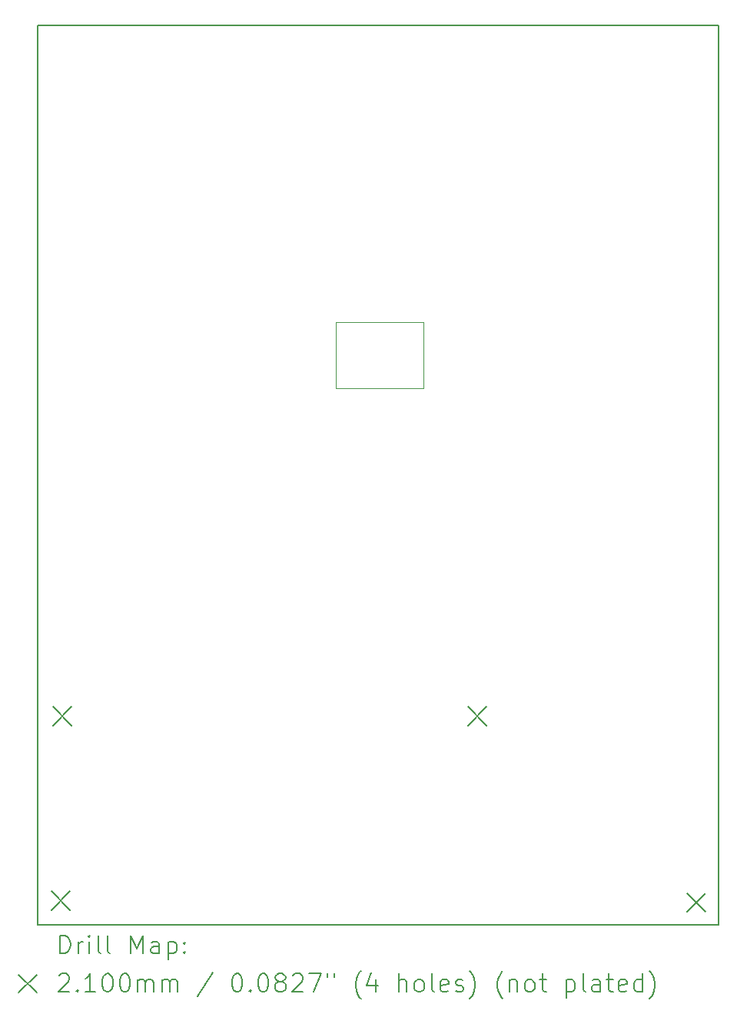
<source format=gbr>
%TF.GenerationSoftware,KiCad,Pcbnew,(6.0.7)*%
%TF.CreationDate,2022-10-30T14:33:14-06:00*%
%TF.ProjectId,attiny_rfid_light,61747469-6e79-45f7-9266-69645f6c6967,rev?*%
%TF.SameCoordinates,Original*%
%TF.FileFunction,Drillmap*%
%TF.FilePolarity,Positive*%
%FSLAX45Y45*%
G04 Gerber Fmt 4.5, Leading zero omitted, Abs format (unit mm)*
G04 Created by KiCad (PCBNEW (6.0.7)) date 2022-10-30 14:33:14*
%MOMM*%
%LPD*%
G01*
G04 APERTURE LIST*
%ADD10C,0.100000*%
%ADD11C,0.200000*%
%ADD12C,0.210000*%
G04 APERTURE END LIST*
D10*
X9872982Y-8863151D02*
X10835262Y-8863151D01*
X10835262Y-9598376D02*
X9872982Y-9598376D01*
X9872982Y-9598376D02*
X9872982Y-8863151D01*
D11*
X6585078Y-5595631D02*
X14088262Y-5595631D01*
X14088262Y-5595631D02*
X14088262Y-15501631D01*
X14088262Y-15501631D02*
X6585078Y-15501631D01*
X6585078Y-15501631D02*
X6585078Y-5595631D01*
D10*
X10835262Y-8863151D02*
X10835262Y-9598376D01*
D11*
D12*
X6735047Y-15130865D02*
X6945047Y-15340865D01*
X6945047Y-15130865D02*
X6735047Y-15340865D01*
X6753000Y-13103000D02*
X6963000Y-13313000D01*
X6963000Y-13103000D02*
X6753000Y-13313000D01*
X11325000Y-13103000D02*
X11535000Y-13313000D01*
X11535000Y-13103000D02*
X11325000Y-13313000D01*
X13737041Y-15154905D02*
X13947041Y-15364905D01*
X13947041Y-15154905D02*
X13737041Y-15364905D01*
D11*
X6832697Y-15822107D02*
X6832697Y-15622107D01*
X6880316Y-15622107D01*
X6908887Y-15631631D01*
X6927935Y-15650678D01*
X6937459Y-15669726D01*
X6946982Y-15707821D01*
X6946982Y-15736393D01*
X6937459Y-15774488D01*
X6927935Y-15793536D01*
X6908887Y-15812583D01*
X6880316Y-15822107D01*
X6832697Y-15822107D01*
X7032697Y-15822107D02*
X7032697Y-15688774D01*
X7032697Y-15726869D02*
X7042220Y-15707821D01*
X7051744Y-15698297D01*
X7070792Y-15688774D01*
X7089840Y-15688774D01*
X7156506Y-15822107D02*
X7156506Y-15688774D01*
X7156506Y-15622107D02*
X7146982Y-15631631D01*
X7156506Y-15641155D01*
X7166030Y-15631631D01*
X7156506Y-15622107D01*
X7156506Y-15641155D01*
X7280316Y-15822107D02*
X7261268Y-15812583D01*
X7251744Y-15793536D01*
X7251744Y-15622107D01*
X7385078Y-15822107D02*
X7366030Y-15812583D01*
X7356506Y-15793536D01*
X7356506Y-15622107D01*
X7613649Y-15822107D02*
X7613649Y-15622107D01*
X7680316Y-15764964D01*
X7746982Y-15622107D01*
X7746982Y-15822107D01*
X7927935Y-15822107D02*
X7927935Y-15717345D01*
X7918411Y-15698297D01*
X7899363Y-15688774D01*
X7861268Y-15688774D01*
X7842220Y-15698297D01*
X7927935Y-15812583D02*
X7908887Y-15822107D01*
X7861268Y-15822107D01*
X7842220Y-15812583D01*
X7832697Y-15793536D01*
X7832697Y-15774488D01*
X7842220Y-15755440D01*
X7861268Y-15745917D01*
X7908887Y-15745917D01*
X7927935Y-15736393D01*
X8023173Y-15688774D02*
X8023173Y-15888774D01*
X8023173Y-15698297D02*
X8042220Y-15688774D01*
X8080316Y-15688774D01*
X8099363Y-15698297D01*
X8108887Y-15707821D01*
X8118411Y-15726869D01*
X8118411Y-15784012D01*
X8108887Y-15803059D01*
X8099363Y-15812583D01*
X8080316Y-15822107D01*
X8042220Y-15822107D01*
X8023173Y-15812583D01*
X8204125Y-15803059D02*
X8213649Y-15812583D01*
X8204125Y-15822107D01*
X8194601Y-15812583D01*
X8204125Y-15803059D01*
X8204125Y-15822107D01*
X8204125Y-15698297D02*
X8213649Y-15707821D01*
X8204125Y-15717345D01*
X8194601Y-15707821D01*
X8204125Y-15698297D01*
X8204125Y-15717345D01*
X6375078Y-16051631D02*
X6575078Y-16251631D01*
X6575078Y-16051631D02*
X6375078Y-16251631D01*
X6823173Y-16061155D02*
X6832697Y-16051631D01*
X6851744Y-16042107D01*
X6899363Y-16042107D01*
X6918411Y-16051631D01*
X6927935Y-16061155D01*
X6937459Y-16080202D01*
X6937459Y-16099250D01*
X6927935Y-16127821D01*
X6813649Y-16242107D01*
X6937459Y-16242107D01*
X7023173Y-16223059D02*
X7032697Y-16232583D01*
X7023173Y-16242107D01*
X7013649Y-16232583D01*
X7023173Y-16223059D01*
X7023173Y-16242107D01*
X7223173Y-16242107D02*
X7108887Y-16242107D01*
X7166030Y-16242107D02*
X7166030Y-16042107D01*
X7146982Y-16070678D01*
X7127935Y-16089726D01*
X7108887Y-16099250D01*
X7346982Y-16042107D02*
X7366030Y-16042107D01*
X7385078Y-16051631D01*
X7394601Y-16061155D01*
X7404125Y-16080202D01*
X7413649Y-16118297D01*
X7413649Y-16165917D01*
X7404125Y-16204012D01*
X7394601Y-16223059D01*
X7385078Y-16232583D01*
X7366030Y-16242107D01*
X7346982Y-16242107D01*
X7327935Y-16232583D01*
X7318411Y-16223059D01*
X7308887Y-16204012D01*
X7299363Y-16165917D01*
X7299363Y-16118297D01*
X7308887Y-16080202D01*
X7318411Y-16061155D01*
X7327935Y-16051631D01*
X7346982Y-16042107D01*
X7537459Y-16042107D02*
X7556506Y-16042107D01*
X7575554Y-16051631D01*
X7585078Y-16061155D01*
X7594601Y-16080202D01*
X7604125Y-16118297D01*
X7604125Y-16165917D01*
X7594601Y-16204012D01*
X7585078Y-16223059D01*
X7575554Y-16232583D01*
X7556506Y-16242107D01*
X7537459Y-16242107D01*
X7518411Y-16232583D01*
X7508887Y-16223059D01*
X7499363Y-16204012D01*
X7489840Y-16165917D01*
X7489840Y-16118297D01*
X7499363Y-16080202D01*
X7508887Y-16061155D01*
X7518411Y-16051631D01*
X7537459Y-16042107D01*
X7689840Y-16242107D02*
X7689840Y-16108774D01*
X7689840Y-16127821D02*
X7699363Y-16118297D01*
X7718411Y-16108774D01*
X7746982Y-16108774D01*
X7766030Y-16118297D01*
X7775554Y-16137345D01*
X7775554Y-16242107D01*
X7775554Y-16137345D02*
X7785078Y-16118297D01*
X7804125Y-16108774D01*
X7832697Y-16108774D01*
X7851744Y-16118297D01*
X7861268Y-16137345D01*
X7861268Y-16242107D01*
X7956506Y-16242107D02*
X7956506Y-16108774D01*
X7956506Y-16127821D02*
X7966030Y-16118297D01*
X7985078Y-16108774D01*
X8013649Y-16108774D01*
X8032697Y-16118297D01*
X8042220Y-16137345D01*
X8042220Y-16242107D01*
X8042220Y-16137345D02*
X8051744Y-16118297D01*
X8070792Y-16108774D01*
X8099363Y-16108774D01*
X8118411Y-16118297D01*
X8127935Y-16137345D01*
X8127935Y-16242107D01*
X8518411Y-16032583D02*
X8346982Y-16289726D01*
X8775554Y-16042107D02*
X8794602Y-16042107D01*
X8813649Y-16051631D01*
X8823173Y-16061155D01*
X8832697Y-16080202D01*
X8842221Y-16118297D01*
X8842221Y-16165917D01*
X8832697Y-16204012D01*
X8823173Y-16223059D01*
X8813649Y-16232583D01*
X8794602Y-16242107D01*
X8775554Y-16242107D01*
X8756506Y-16232583D01*
X8746982Y-16223059D01*
X8737459Y-16204012D01*
X8727935Y-16165917D01*
X8727935Y-16118297D01*
X8737459Y-16080202D01*
X8746982Y-16061155D01*
X8756506Y-16051631D01*
X8775554Y-16042107D01*
X8927935Y-16223059D02*
X8937459Y-16232583D01*
X8927935Y-16242107D01*
X8918411Y-16232583D01*
X8927935Y-16223059D01*
X8927935Y-16242107D01*
X9061268Y-16042107D02*
X9080316Y-16042107D01*
X9099363Y-16051631D01*
X9108887Y-16061155D01*
X9118411Y-16080202D01*
X9127935Y-16118297D01*
X9127935Y-16165917D01*
X9118411Y-16204012D01*
X9108887Y-16223059D01*
X9099363Y-16232583D01*
X9080316Y-16242107D01*
X9061268Y-16242107D01*
X9042221Y-16232583D01*
X9032697Y-16223059D01*
X9023173Y-16204012D01*
X9013649Y-16165917D01*
X9013649Y-16118297D01*
X9023173Y-16080202D01*
X9032697Y-16061155D01*
X9042221Y-16051631D01*
X9061268Y-16042107D01*
X9242221Y-16127821D02*
X9223173Y-16118297D01*
X9213649Y-16108774D01*
X9204125Y-16089726D01*
X9204125Y-16080202D01*
X9213649Y-16061155D01*
X9223173Y-16051631D01*
X9242221Y-16042107D01*
X9280316Y-16042107D01*
X9299363Y-16051631D01*
X9308887Y-16061155D01*
X9318411Y-16080202D01*
X9318411Y-16089726D01*
X9308887Y-16108774D01*
X9299363Y-16118297D01*
X9280316Y-16127821D01*
X9242221Y-16127821D01*
X9223173Y-16137345D01*
X9213649Y-16146869D01*
X9204125Y-16165917D01*
X9204125Y-16204012D01*
X9213649Y-16223059D01*
X9223173Y-16232583D01*
X9242221Y-16242107D01*
X9280316Y-16242107D01*
X9299363Y-16232583D01*
X9308887Y-16223059D01*
X9318411Y-16204012D01*
X9318411Y-16165917D01*
X9308887Y-16146869D01*
X9299363Y-16137345D01*
X9280316Y-16127821D01*
X9394602Y-16061155D02*
X9404125Y-16051631D01*
X9423173Y-16042107D01*
X9470792Y-16042107D01*
X9489840Y-16051631D01*
X9499363Y-16061155D01*
X9508887Y-16080202D01*
X9508887Y-16099250D01*
X9499363Y-16127821D01*
X9385078Y-16242107D01*
X9508887Y-16242107D01*
X9575554Y-16042107D02*
X9708887Y-16042107D01*
X9623173Y-16242107D01*
X9775554Y-16042107D02*
X9775554Y-16080202D01*
X9851744Y-16042107D02*
X9851744Y-16080202D01*
X10146982Y-16318297D02*
X10137459Y-16308774D01*
X10118411Y-16280202D01*
X10108887Y-16261155D01*
X10099363Y-16232583D01*
X10089840Y-16184964D01*
X10089840Y-16146869D01*
X10099363Y-16099250D01*
X10108887Y-16070678D01*
X10118411Y-16051631D01*
X10137459Y-16023059D01*
X10146982Y-16013536D01*
X10308887Y-16108774D02*
X10308887Y-16242107D01*
X10261268Y-16032583D02*
X10213649Y-16175440D01*
X10337459Y-16175440D01*
X10566030Y-16242107D02*
X10566030Y-16042107D01*
X10651744Y-16242107D02*
X10651744Y-16137345D01*
X10642221Y-16118297D01*
X10623173Y-16108774D01*
X10594602Y-16108774D01*
X10575554Y-16118297D01*
X10566030Y-16127821D01*
X10775554Y-16242107D02*
X10756506Y-16232583D01*
X10746982Y-16223059D01*
X10737459Y-16204012D01*
X10737459Y-16146869D01*
X10746982Y-16127821D01*
X10756506Y-16118297D01*
X10775554Y-16108774D01*
X10804125Y-16108774D01*
X10823173Y-16118297D01*
X10832697Y-16127821D01*
X10842221Y-16146869D01*
X10842221Y-16204012D01*
X10832697Y-16223059D01*
X10823173Y-16232583D01*
X10804125Y-16242107D01*
X10775554Y-16242107D01*
X10956506Y-16242107D02*
X10937459Y-16232583D01*
X10927935Y-16213536D01*
X10927935Y-16042107D01*
X11108887Y-16232583D02*
X11089840Y-16242107D01*
X11051744Y-16242107D01*
X11032697Y-16232583D01*
X11023173Y-16213536D01*
X11023173Y-16137345D01*
X11032697Y-16118297D01*
X11051744Y-16108774D01*
X11089840Y-16108774D01*
X11108887Y-16118297D01*
X11118411Y-16137345D01*
X11118411Y-16156393D01*
X11023173Y-16175440D01*
X11194601Y-16232583D02*
X11213649Y-16242107D01*
X11251744Y-16242107D01*
X11270792Y-16232583D01*
X11280316Y-16213536D01*
X11280316Y-16204012D01*
X11270792Y-16184964D01*
X11251744Y-16175440D01*
X11223173Y-16175440D01*
X11204125Y-16165917D01*
X11194601Y-16146869D01*
X11194601Y-16137345D01*
X11204125Y-16118297D01*
X11223173Y-16108774D01*
X11251744Y-16108774D01*
X11270792Y-16118297D01*
X11346982Y-16318297D02*
X11356506Y-16308774D01*
X11375554Y-16280202D01*
X11385078Y-16261155D01*
X11394601Y-16232583D01*
X11404125Y-16184964D01*
X11404125Y-16146869D01*
X11394601Y-16099250D01*
X11385078Y-16070678D01*
X11375554Y-16051631D01*
X11356506Y-16023059D01*
X11346982Y-16013536D01*
X11708887Y-16318297D02*
X11699363Y-16308774D01*
X11680316Y-16280202D01*
X11670792Y-16261155D01*
X11661268Y-16232583D01*
X11651744Y-16184964D01*
X11651744Y-16146869D01*
X11661268Y-16099250D01*
X11670792Y-16070678D01*
X11680316Y-16051631D01*
X11699363Y-16023059D01*
X11708887Y-16013536D01*
X11785078Y-16108774D02*
X11785078Y-16242107D01*
X11785078Y-16127821D02*
X11794601Y-16118297D01*
X11813649Y-16108774D01*
X11842220Y-16108774D01*
X11861268Y-16118297D01*
X11870792Y-16137345D01*
X11870792Y-16242107D01*
X11994601Y-16242107D02*
X11975554Y-16232583D01*
X11966030Y-16223059D01*
X11956506Y-16204012D01*
X11956506Y-16146869D01*
X11966030Y-16127821D01*
X11975554Y-16118297D01*
X11994601Y-16108774D01*
X12023173Y-16108774D01*
X12042220Y-16118297D01*
X12051744Y-16127821D01*
X12061268Y-16146869D01*
X12061268Y-16204012D01*
X12051744Y-16223059D01*
X12042220Y-16232583D01*
X12023173Y-16242107D01*
X11994601Y-16242107D01*
X12118411Y-16108774D02*
X12194601Y-16108774D01*
X12146982Y-16042107D02*
X12146982Y-16213536D01*
X12156506Y-16232583D01*
X12175554Y-16242107D01*
X12194601Y-16242107D01*
X12413649Y-16108774D02*
X12413649Y-16308774D01*
X12413649Y-16118297D02*
X12432697Y-16108774D01*
X12470792Y-16108774D01*
X12489840Y-16118297D01*
X12499363Y-16127821D01*
X12508887Y-16146869D01*
X12508887Y-16204012D01*
X12499363Y-16223059D01*
X12489840Y-16232583D01*
X12470792Y-16242107D01*
X12432697Y-16242107D01*
X12413649Y-16232583D01*
X12623173Y-16242107D02*
X12604125Y-16232583D01*
X12594601Y-16213536D01*
X12594601Y-16042107D01*
X12785078Y-16242107D02*
X12785078Y-16137345D01*
X12775554Y-16118297D01*
X12756506Y-16108774D01*
X12718411Y-16108774D01*
X12699363Y-16118297D01*
X12785078Y-16232583D02*
X12766030Y-16242107D01*
X12718411Y-16242107D01*
X12699363Y-16232583D01*
X12689840Y-16213536D01*
X12689840Y-16194488D01*
X12699363Y-16175440D01*
X12718411Y-16165917D01*
X12766030Y-16165917D01*
X12785078Y-16156393D01*
X12851744Y-16108774D02*
X12927935Y-16108774D01*
X12880316Y-16042107D02*
X12880316Y-16213536D01*
X12889840Y-16232583D01*
X12908887Y-16242107D01*
X12927935Y-16242107D01*
X13070792Y-16232583D02*
X13051744Y-16242107D01*
X13013649Y-16242107D01*
X12994601Y-16232583D01*
X12985078Y-16213536D01*
X12985078Y-16137345D01*
X12994601Y-16118297D01*
X13013649Y-16108774D01*
X13051744Y-16108774D01*
X13070792Y-16118297D01*
X13080316Y-16137345D01*
X13080316Y-16156393D01*
X12985078Y-16175440D01*
X13251744Y-16242107D02*
X13251744Y-16042107D01*
X13251744Y-16232583D02*
X13232697Y-16242107D01*
X13194601Y-16242107D01*
X13175554Y-16232583D01*
X13166030Y-16223059D01*
X13156506Y-16204012D01*
X13156506Y-16146869D01*
X13166030Y-16127821D01*
X13175554Y-16118297D01*
X13194601Y-16108774D01*
X13232697Y-16108774D01*
X13251744Y-16118297D01*
X13327935Y-16318297D02*
X13337459Y-16308774D01*
X13356506Y-16280202D01*
X13366030Y-16261155D01*
X13375554Y-16232583D01*
X13385078Y-16184964D01*
X13385078Y-16146869D01*
X13375554Y-16099250D01*
X13366030Y-16070678D01*
X13356506Y-16051631D01*
X13337459Y-16023059D01*
X13327935Y-16013536D01*
M02*

</source>
